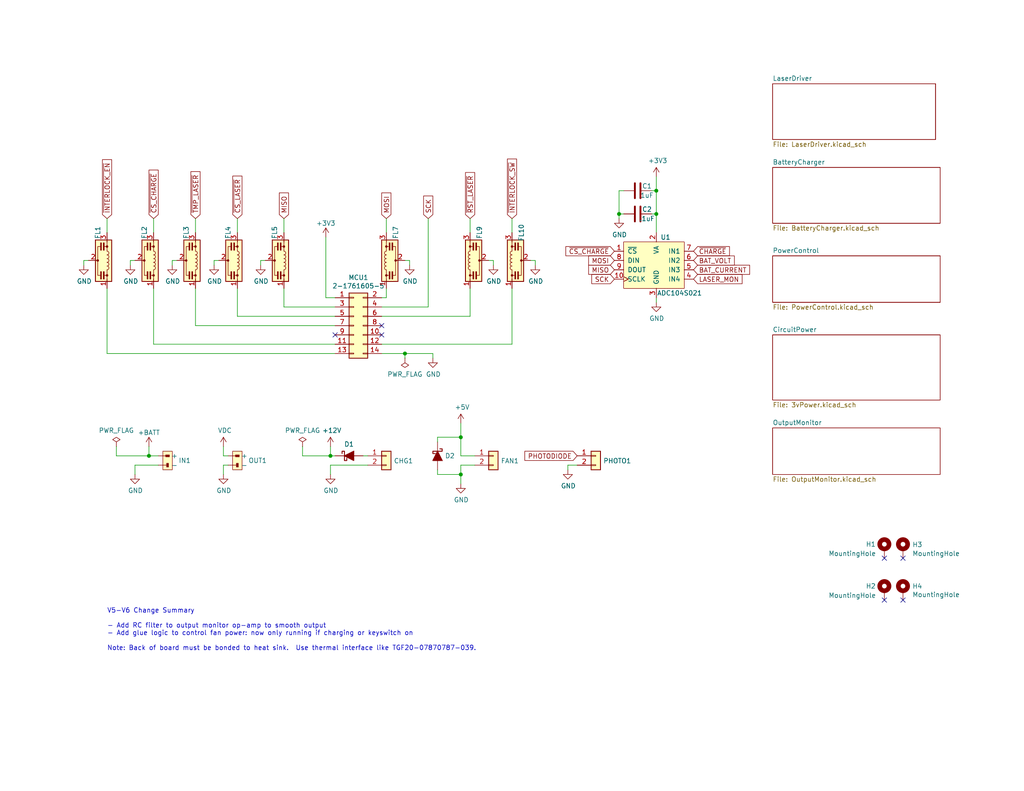
<source format=kicad_sch>
(kicad_sch (version 20211123) (generator eeschema)
  (paper "A")
  (title_block (title "Power Board") (date "2021-11-07") (rev "1.6") (company "Brian Pepin") (comment 1 "Laser Output 1-4v 50A max per channel") (comment 2 "Charger LiPo 2s 4A") (comment 3 "Interlock power control to 120A") (comment 4 "3v, 5v supplies."))
  (lib_symbols
    (symbol "Connector_Generic:Conn_01x02" (pin_names (offset 1.016) hide)
      (property "Reference" "J" (at 0 2.54 0))
      (property "Value" "Conn_01x02" (at 0 -5.08 0))
      (symbol "Conn_01x02_1_1"
        (rectangle (start -1.27 -2.413) (end 0 -2.667) (stroke (width 0.1524)))
        (rectangle (start -1.27 0.127) (end 0 -0.127) (stroke (width 0.1524)))
        (rectangle (start -1.27 1.27) (end 1.27 -3.81) (stroke (width 0.254)) (fill (type background)))
        (pin passive line (at -5.08 0 0) (length 3.81) (name "Pin_1") (number "1"))
        (pin passive line (at -5.08 -2.54 0) (length 3.81) (name "Pin_2") (number "2"))
      )
    )
    (symbol "Connector_Generic:Conn_02x07_Odd_Even" (pin_names (offset 1.016) hide)
      (property "Reference" "J" (at 1.27 10.16 0))
      (property "Value" "Conn_02x07_Odd_Even" (at 1.27 -10.16 0))
      (symbol "Conn_02x07_Odd_Even_1_1"
        (rectangle (start -1.27 -7.493) (end 0 -7.747) (stroke (width 0.1524)))
        (rectangle (start -1.27 -4.953) (end 0 -5.207) (stroke (width 0.1524)))
        (rectangle (start -1.27 -2.413) (end 0 -2.667) (stroke (width 0.1524)))
        (rectangle (start -1.27 0.127) (end 0 -0.127) (stroke (width 0.1524)))
        (rectangle (start -1.27 2.667) (end 0 2.413) (stroke (width 0.1524)))
        (rectangle (start -1.27 5.207) (end 0 4.953) (stroke (width 0.1524)))
        (rectangle (start -1.27 7.747) (end 0 7.493) (stroke (width 0.1524)))
        (rectangle (start -1.27 8.89) (end 3.81 -8.89) (stroke (width 0.254)) (fill (type background)))
        (rectangle (start 3.81 -7.493) (end 2.54 -7.747) (stroke (width 0.1524)))
        (rectangle (start 3.81 -4.953) (end 2.54 -5.207) (stroke (width 0.1524)))
        (rectangle (start 3.81 -2.413) (end 2.54 -2.667) (stroke (width 0.1524)))
        (rectangle (start 3.81 0.127) (end 2.54 -0.127) (stroke (width 0.1524)))
        (rectangle (start 3.81 2.667) (end 2.54 2.413) (stroke (width 0.1524)))
        (rectangle (start 3.81 5.207) (end 2.54 4.953) (stroke (width 0.1524)))
        (rectangle (start 3.81 7.747) (end 2.54 7.493) (stroke (width 0.1524)))
        (pin passive line (at -5.08 7.62 0) (length 3.81) (name "Pin_1") (number "1"))
        (pin passive line (at 7.62 -2.54 180) (length 3.81) (name "Pin_10") (number "10"))
        (pin passive line (at -5.08 -5.08 0) (length 3.81) (name "Pin_11") (number "11"))
        (pin passive line (at 7.62 -5.08 180) (length 3.81) (name "Pin_12") (number "12"))
        (pin passive line (at -5.08 -7.62 0) (length 3.81) (name "Pin_13") (number "13"))
        (pin passive line (at 7.62 -7.62 180) (length 3.81) (name "Pin_14") (number "14"))
        (pin passive line (at 7.62 7.62 180) (length 3.81) (name "Pin_2") (number "2"))
        (pin passive line (at -5.08 5.08 0) (length 3.81) (name "Pin_3") (number "3"))
        (pin passive line (at 7.62 5.08 180) (length 3.81) (name "Pin_4") (number "4"))
        (pin passive line (at -5.08 2.54 0) (length 3.81) (name "Pin_5") (number "5"))
        (pin passive line (at 7.62 2.54 180) (length 3.81) (name "Pin_6") (number "6"))
        (pin passive line (at -5.08 0 0) (length 3.81) (name "Pin_7") (number "7"))
        (pin passive line (at 7.62 0 180) (length 3.81) (name "Pin_8") (number "8"))
        (pin passive line (at -5.08 -2.54 0) (length 3.81) (name "Pin_9") (number "9"))
      )
    )
    (symbol "Device:C" (pin_numbers hide) (pin_names (offset 0.254))
      (property "Reference" "C" (at 0.635 2.54 0))
      (property "Value" "C" (at 0.635 -2.54 0))
      (symbol "C_0_1"
        (polyline (pts (xy -2.032 -0.762) (xy 2.032 -0.762)) (stroke (width 0.508)))
        (polyline (pts (xy -2.032 0.762) (xy 2.032 0.762)) (stroke (width 0.508)))
      )
      (symbol "C_1_1"
        (pin passive line (at 0 3.81 270) (length 2.794) (name "~") (number "1"))
        (pin passive line (at 0 -3.81 90) (length 2.794) (name "~") (number "2"))
      )
    )
    (symbol "Device:D_Schottky_Filled" (pin_numbers hide) (pin_names (offset 1.016) hide)
      (property "Reference" "D" (at 0 2.54 0))
      (property "Value" "D_Schottky_Filled" (at 0 -2.54 0))
      (symbol "D_Schottky_Filled_0_1"
        (polyline (pts (xy 1.27 0) (xy -1.27 0)))
        (polyline (pts (xy 1.27 1.27) (xy 1.27 -1.27) (xy -1.27 0) (xy 1.27 1.27)) (stroke (width 0.254)) (fill (type outline)))
        (polyline (pts (xy -1.905 0.635) (xy -1.905 1.27) (xy -1.27 1.27) (xy -1.27 -1.27) (xy -0.635 -1.27) (xy -0.635 -0.635)) (stroke (width 0.254)))
      )
      (symbol "D_Schottky_Filled_1_1"
        (pin passive line (at -3.81 0 0) (length 2.54) (name "K") (number "1"))
        (pin passive line (at 3.81 0 180) (length 2.54) (name "A") (number "2"))
      )
    )
    (symbol "Device:Filter_EMI_CLC" (pin_names (offset 0.254) hide)
      (property "Reference" "FL" (at 0 6.985 0))
      (property "Value" "Filter_EMI_CLC" (at 0 5.08 0))
      (symbol "Filter_EMI_CLC_0_1"
        (rectangle (start -5.715 3.81) (end 5.588 -0.635) (stroke (width 0.254)) (fill (type background)))
        (rectangle (start -5.08 0.762) (end -3.048 1.016) (fill (type outline)))
        (circle (center -4.064 2.54) (radius 0.254) (fill (type outline)))
        (rectangle (start -3.048 1.524) (end -5.08 1.778) (fill (type outline)))
        (arc (start -1.524 2.54) (mid -2.032 3.048) (end -2.54 2.54))
        (arc (start -0.508 2.54) (mid -1.016 3.048) (end -1.524 2.54))
        (polyline (pts (xy -5.08 2.54) (xy -2.54 2.54)))
        (polyline (pts (xy -4.064 2.54) (xy -4.064 1.778)))
        (polyline (pts (xy 2.54 2.54) (xy 5.08 2.54)))
        (polyline (pts (xy 3.81 2.54) (xy 3.81 1.778)))
        (polyline (pts (xy -4.064 0.762) (xy -4.064 0) (xy 3.81 0) (xy 3.81 0.762)))
        (circle (center 0 0) (radius 0.254) (fill (type outline)))
        (arc (start 0.508 2.54) (mid 0 3.048) (end -0.508 2.54))
        (arc (start 1.524 2.54) (mid 1.016 3.048) (end 0.508 2.54))
        (arc (start 2.54 2.54) (mid 2.032 3.048) (end 1.524 2.54))
        (rectangle (start 2.794 0.762) (end 4.826 1.016) (fill (type outline)))
        (circle (center 3.81 2.54) (radius 0.254) (fill (type outline)))
        (rectangle (start 4.826 1.524) (end 2.794 1.778) (fill (type outline)))
      )
      (symbol "Filter_EMI_CLC_1_1"
        (pin passive line (at -7.62 2.54 0) (length 2.54) (name "1") (number "1"))
        (pin passive line (at 0 -2.54 90) (length 2.54) (name "2") (number "2"))
        (pin passive line (at 7.62 2.54 180) (length 2.54) (name "3") (number "3"))
      )
    )
    (symbol "Mechanical:MountingHole_Pad" (pin_numbers hide) (pin_names (offset 1.016) hide)
      (property "Reference" "H" (at 0 6.35 0))
      (property "Value" "MountingHole_Pad" (at 0 4.445 0))
      (symbol "MountingHole_Pad_0_1"
        (circle (center 0 1.27) (radius 1.27) (stroke (width 1.27)))
      )
      (symbol "MountingHole_Pad_1_1"
        (pin input line (at 0 -2.54 90) (length 2.54) (name "1") (number "1"))
      )
    )
    (symbol "pepin_con:DEANS" (pin_numbers hide) (pin_names (offset 1.016))
      (property "Reference" "J" (at -1.27 3.81 0))
      (symbol "DEANS_0_1"
        (rectangle (start -1.27 2.54) (end 1.27 -2.54) (fill (type background)))
        (rectangle (start -0.508 1.524) (end 0.508 1.016) (fill (type outline)))
        (rectangle (start -0.254 -0.762) (end 0.254 -1.778) (fill (type outline)))
      )
      (symbol "DEANS_1_1"
        (pin passive line (at -2.54 1.27 0) (length 2.54) (name "+") (number "+"))
        (pin passive line (at -2.54 -1.27 0) (length 2.54) (name "-") (number "-"))
      )
    )
    (symbol "pepin_semi:ADC104S021" (pin_names (offset 1.016))
      (property "Reference" "U" (at 3.81 7.62 0))
      (property "Value" "ADC104S021" (at -8.89 -7.62 0))
      (symbol "ADC104S021_0_1"
        (rectangle (start -8.89 6.35) (end 7.62 -6.35) (fill (type background)))
      )
      (symbol "ADC104S021_1_1"
        (pin input line (at -11.43 3.81 0) (length 2.54) (name "~{CS}") (number "1"))
        (pin input clock (at -11.43 -3.81 0) (length 2.54) (name "SCLK") (number "10"))
        (pin power_in line (at 0 8.89 270) (length 2.54) (name "VA") (number "2"))
        (pin power_in line (at 0 -8.89 90) (length 2.54) (name "GND") (number "3"))
        (pin input line (at 10.16 -3.81 180) (length 2.54) (name "IN4") (number "4"))
        (pin input line (at 10.16 -1.27 180) (length 2.54) (name "IN3") (number "5"))
        (pin input line (at 10.16 1.27 180) (length 2.54) (name "IN2") (number "6"))
        (pin input line (at 10.16 3.81 180) (length 2.54) (name "IN1") (number "7"))
        (pin tri_state line (at -11.43 1.27 0) (length 2.54) (name "DIN") (number "8"))
        (pin tri_state line (at -11.43 -1.27 0) (length 2.54) (name "DOUT") (number "9"))
      )
    )
    (symbol "power:+12V" (power) (pin_names (offset 0))
      (property "Value" "+12V" (at 0 3.556 0))
      (symbol "+12V_0_1"
        (polyline (pts (xy -0.762 1.27) (xy 0 2.54)))
        (polyline (pts (xy 0 0) (xy 0 2.54)))
        (polyline (pts (xy 0 2.54) (xy 0.762 1.27)))
      )
      (symbol "+12V_1_1"
        (pin power_in line (at 0 0 90) (length 0) hide (name "+12V") (number "1"))
      )
    )
    (symbol "power:+3V3" (power) (pin_names (offset 0))
      (property "Value" "+3V3" (at 0 3.556 0))
      (symbol "+3V3_0_1"
        (polyline (pts (xy -0.762 1.27) (xy 0 2.54)))
        (polyline (pts (xy 0 0) (xy 0 2.54)))
        (polyline (pts (xy 0 2.54) (xy 0.762 1.27)))
      )
      (symbol "+3V3_1_1"
        (pin power_in line (at 0 0 90) (length 0) hide (name "+3V3") (number "1"))
      )
    )
    (symbol "power:+5V" (power) (pin_names (offset 0))
      (property "Value" "+5V" (at 0 3.556 0))
      (symbol "+5V_0_1"
        (polyline (pts (xy -0.762 1.27) (xy 0 2.54)))
        (polyline (pts (xy 0 0) (xy 0 2.54)))
        (polyline (pts (xy 0 2.54) (xy 0.762 1.27)))
      )
      (symbol "+5V_1_1"
        (pin power_in line (at 0 0 90) (length 0) hide (name "+5V") (number "1"))
      )
    )
    (symbol "power:+BATT" (power) (pin_names (offset 0))
      (property "Value" "+BATT" (at 0 3.556 0))
      (symbol "+BATT_0_1"
        (polyline (pts (xy -0.762 1.27) (xy 0 2.54)))
        (polyline (pts (xy 0 0) (xy 0 2.54)))
        (polyline (pts (xy 0 2.54) (xy 0.762 1.27)))
      )
      (symbol "+BATT_1_1"
        (pin power_in line (at 0 0 90) (length 0) hide (name "+BATT") (number "1"))
      )
    )
    (symbol "power:GND" (power) (pin_names (offset 0))
      (property "Value" "GND" (at 0 -3.81 0))
      (symbol "GND_0_1"
        (polyline (pts (xy 0 0) (xy 0 -1.27) (xy 1.27 -1.27) (xy 0 -2.54) (xy -1.27 -1.27) (xy 0 -1.27)))
      )
      (symbol "GND_1_1"
        (pin power_in line (at 0 0 270) (length 0) hide (name "GND") (number "1"))
      )
    )
    (symbol "power:PWR_FLAG" (power) (pin_numbers hide) (pin_names (offset 0) hide)
      (property "Value" "PWR_FLAG" (at 0 3.81 0))
      (symbol "PWR_FLAG_0_0"
        (pin power_out line (at 0 0 90) (length 0) (name "pwr") (number "1"))
      )
      (symbol "PWR_FLAG_0_1"
        (polyline (pts (xy 0 0) (xy 0 1.27) (xy -1.016 1.905) (xy 0 2.54) (xy 1.016 1.905) (xy 0 1.27)))
      )
    )
    (symbol "power:VDC" (power) (pin_names (offset 0))
      (property "Value" "VDC" (at 0 6.35 0))
      (symbol "VDC_0_1"
        (polyline (pts (xy -0.762 1.27) (xy 0 2.54)))
        (polyline (pts (xy 0 0) (xy 0 2.54)))
        (polyline (pts (xy 0 2.54) (xy 0.762 1.27)))
      )
      (symbol "VDC_1_1"
        (pin power_in line (at 0 0 90) (length 0) hide (name "VDC") (number "1"))
      )
    )
  )
  (junction (at 179.07 58.42))
  (junction (at 90.17 124.46))
  (junction (at 40.64 124.46))
  (junction (at 168.91 58.42))
  (junction (at 125.73 119.38))
  (junction (at 179.07 52.07))
  (junction (at 110.49 96.52))
  (junction (at 125.73 129.54))
  (no_connect (at 91.44 91.44))
  (no_connect (at 104.14 91.44))
  (no_connect (at 246.38 163.83))
  (no_connect (at 246.38 152.4))
  (no_connect (at 241.3 152.4))
  (no_connect (at 241.3 163.83))
  (no_connect (at 104.14 88.9))
  (wire (pts (xy 139.7 93.98) (xy 139.7 78.74)))
  (wire (pts (xy 168.91 58.42) (xy 168.91 59.69)))
  (wire (pts (xy 104.14 83.82) (xy 116.84 83.82)))
  (wire (pts (xy 146.05 71.12) (xy 146.05 72.39)))
  (wire (pts (xy 157.48 127) (xy 154.94 127)))
  (wire (pts (xy 144.78 71.12) (xy 146.05 71.12)))
  (wire (pts (xy 104.14 93.98) (xy 139.7 93.98)))
  (wire (pts (xy 129.54 127) (xy 125.73 127)))
  (wire (pts (xy 41.91 63.5) (xy 41.91 59.69)))
  (wire (pts (xy 46.99 71.12) (xy 48.26 71.12)))
  (wire (pts (xy 128.27 63.5) (xy 128.27 59.69)))
  (wire (pts (xy 170.18 52.07) (xy 168.91 52.07)))
  (wire (pts (xy 105.41 81.28) (xy 104.14 81.28)))
  (wire (pts (xy 125.73 127) (xy 125.73 129.54)))
  (wire (pts (xy 40.64 124.46) (xy 40.64 121.92)))
  (wire (pts (xy 71.12 71.12) (xy 72.39 71.12)))
  (wire (pts (xy 43.18 127) (xy 36.83 127)))
  (wire (pts (xy 64.77 63.5) (xy 64.77 59.69)))
  (wire (pts (xy 53.34 78.74) (xy 53.34 88.9)))
  (wire (pts (xy 129.54 124.46) (xy 125.73 124.46)))
  (wire (pts (xy 58.42 72.39) (xy 58.42 71.12)))
  (wire (pts (xy 168.91 58.42) (xy 170.18 58.42)))
  (wire (pts (xy 168.91 52.07) (xy 168.91 58.42)))
  (wire (pts (xy 119.38 128.27) (xy 119.38 129.54)))
  (wire (pts (xy 179.07 82.55) (xy 179.07 81.28)))
  (wire (pts (xy 64.77 78.74) (xy 64.77 86.36)))
  (wire (pts (xy 100.33 127) (xy 90.17 127)))
  (wire (pts (xy 53.34 63.5) (xy 53.34 59.69)))
  (wire (pts (xy 82.55 121.92) (xy 82.55 124.46)))
  (wire (pts (xy 105.41 63.5) (xy 105.41 59.69)))
  (wire (pts (xy 104.14 86.36) (xy 128.27 86.36)))
  (wire (pts (xy 35.56 71.12) (xy 36.83 71.12)))
  (wire (pts (xy 91.44 96.52) (xy 29.21 96.52)))
  (wire (pts (xy 40.64 124.46) (xy 31.75 124.46)))
  (wire (pts (xy 60.96 124.46) (xy 60.96 121.92)))
  (wire (pts (xy 179.07 58.42) (xy 179.07 52.07)))
  (wire (pts (xy 77.47 83.82) (xy 91.44 83.82)))
  (wire (pts (xy 60.96 127) (xy 60.96 129.54)))
  (wire (pts (xy 110.49 96.52) (xy 110.49 97.79)))
  (wire (pts (xy 105.41 78.74) (xy 105.41 81.28)))
  (wire (pts (xy 53.34 88.9) (xy 91.44 88.9)))
  (wire (pts (xy 62.23 124.46) (xy 60.96 124.46)))
  (wire (pts (xy 133.35 71.12) (xy 134.62 71.12)))
  (wire (pts (xy 119.38 120.65) (xy 119.38 119.38)))
  (wire (pts (xy 64.77 86.36) (xy 91.44 86.36)))
  (wire (pts (xy 22.86 72.39) (xy 22.86 71.12)))
  (wire (pts (xy 125.73 124.46) (xy 125.73 119.38)))
  (wire (pts (xy 116.84 59.69) (xy 116.84 83.82)))
  (wire (pts (xy 46.99 72.39) (xy 46.99 71.12)))
  (wire (pts (xy 71.12 72.39) (xy 71.12 71.12)))
  (wire (pts (xy 110.49 96.52) (xy 118.11 96.52)))
  (wire (pts (xy 177.8 52.07) (xy 179.07 52.07)))
  (wire (pts (xy 119.38 129.54) (xy 125.73 129.54)))
  (wire (pts (xy 31.75 121.92) (xy 31.75 124.46)))
  (wire (pts (xy 139.7 63.5) (xy 139.7 59.69)))
  (wire (pts (xy 88.9 81.28) (xy 88.9 64.77)))
  (wire (pts (xy 41.91 93.98) (xy 41.91 78.74)))
  (wire (pts (xy 110.49 71.12) (xy 111.76 71.12)))
  (wire (pts (xy 62.23 127) (xy 60.96 127)))
  (wire (pts (xy 119.38 119.38) (xy 125.73 119.38)))
  (wire (pts (xy 22.86 71.12) (xy 24.13 71.12)))
  (wire (pts (xy 179.07 63.5) (xy 179.07 58.42)))
  (wire (pts (xy 29.21 63.5) (xy 29.21 59.69)))
  (wire (pts (xy 125.73 129.54) (xy 125.73 132.08)))
  (wire (pts (xy 128.27 78.74) (xy 128.27 86.36)))
  (wire (pts (xy 125.73 119.38) (xy 125.73 115.57)))
  (wire (pts (xy 82.55 124.46) (xy 90.17 124.46)))
  (wire (pts (xy 104.14 96.52) (xy 110.49 96.52)))
  (wire (pts (xy 90.17 124.46) (xy 91.44 124.46)))
  (wire (pts (xy 43.18 124.46) (xy 40.64 124.46)))
  (wire (pts (xy 90.17 121.92) (xy 90.17 124.46)))
  (wire (pts (xy 111.76 71.12) (xy 111.76 72.39)))
  (wire (pts (xy 58.42 71.12) (xy 59.69 71.12)))
  (wire (pts (xy 177.8 58.42) (xy 179.07 58.42)))
  (wire (pts (xy 118.11 96.52) (xy 118.11 97.79)))
  (wire (pts (xy 134.62 71.12) (xy 134.62 72.39)))
  (wire (pts (xy 35.56 72.39) (xy 35.56 71.12)))
  (wire (pts (xy 154.94 127) (xy 154.94 128.27)))
  (wire (pts (xy 36.83 127) (xy 36.83 129.54)))
  (wire (pts (xy 29.21 96.52) (xy 29.21 78.74)))
  (wire (pts (xy 91.44 81.28) (xy 88.9 81.28)))
  (wire (pts (xy 91.44 93.98) (xy 41.91 93.98)))
  (wire (pts (xy 99.06 124.46) (xy 100.33 124.46)))
  (wire (pts (xy 77.47 63.5) (xy 77.47 59.69)))
  (wire (pts (xy 90.17 127) (xy 90.17 129.54)))
  (wire (pts (xy 179.07 52.07) (xy 179.07 48.26)))
  (wire (pts (xy 77.47 78.74) (xy 77.47 83.82)))
  (text "V5-V6 Change Summary\n\n- Add RC filter to output monitor op-amp to smooth output\n- Add glue logic to control fan power: now only running if charging or keyswitch on\n\nNote: Back of board must be bonded to heat sink.  Use thermal interface like TGF20-07870787-039.  \n" (at 29.21 177.8 0) (effects (font (size 1.27 1.27)) (justify left bottom)))
  (global_label "SCK" (shape input) (at 116.84 59.69 90) (property "Intersheet References" "${INTERSHEET_REFS}" (effects hide)))
  (global_label "BAT_CURRENT" (shape input) (at 189.23 73.66 0) (property "Intersheet References" "${INTERSHEET_REFS}" (effects hide)))
  (global_label "~{INTERLOCK_EN}" (shape input) (at 29.21 59.69 90) (property "Intersheet References" "${INTERSHEET_REFS}" (effects hide)))
  (global_label "BAT_VOLT" (shape input) (at 189.23 71.12 0) (property "Intersheet References" "${INTERSHEET_REFS}" (effects hide)))
  (global_label "MOSI" (shape input) (at 105.41 59.69 90) (property "Intersheet References" "${INTERSHEET_REFS}" (effects hide)))
  (global_label "MISO" (shape input) (at 167.64 73.66 180) (property "Intersheet References" "${INTERSHEET_REFS}" (effects hide)))
  (global_label "MISO" (shape input) (at 77.47 59.69 90) (property "Intersheet References" "${INTERSHEET_REFS}" (effects hide)))
  (global_label "SCK" (shape input) (at 167.64 76.2 180) (property "Intersheet References" "${INTERSHEET_REFS}" (effects hide)))
  (global_label "MOSI" (shape input) (at 167.64 71.12 180) (property "Intersheet References" "${INTERSHEET_REFS}" (effects hide)))
  (global_label "~{CS_CHARGE}" (shape input) (at 167.64 68.58 180) (property "Intersheet References" "${INTERSHEET_REFS}" (effects hide)))
  (global_label "LASER_MON" (shape input) (at 189.23 76.2 0) (property "Intersheet References" "${INTERSHEET_REFS}" (effects hide)))
  (global_label "~{CHARGE}" (shape input) (at 189.23 68.58 0) (property "Intersheet References" "${INTERSHEET_REFS}" (effects hide)))
  (global_label "~{CS_CHARGE}" (shape input) (at 41.91 59.69 90) (property "Intersheet References" "${INTERSHEET_REFS}" (effects hide)))
  (global_label "PHOTODIODE" (shape input) (at 157.48 124.46 180) (property "Intersheet References" "${INTERSHEET_REFS}" (effects hide)))
  (global_label "~{RST_LASER}" (shape input) (at 128.27 59.69 90) (property "Intersheet References" "${INTERSHEET_REFS}" (effects hide)))
  (global_label "~{TMP_LASER}" (shape input) (at 53.34 59.69 90) (property "Intersheet References" "${INTERSHEET_REFS}" (effects hide)))
  (global_label "~{INTERLOCK_SW}" (shape input) (at 139.7 59.69 90) (property "Intersheet References" "${INTERSHEET_REFS}" (effects hide)))
  (global_label "~{CS_LASER}" (shape input) (at 64.77 59.69 90) (property "Intersheet References" "${INTERSHEET_REFS}" (effects hide)))
  (symbol (lib_id "pepin_con:DEANS") (at 45.72 125.73 0) (unit 1)
    (property "Reference" "IN1" (at 48.7172 125.73 0) (effects (justify left)))
    (property "Value" "DEANS" (effects hide))
    (property "Footprint" "pepin-footprints:Connector_Deans_Male" (effects hide))
    (property "Datasheet" "http://cdn.sparkfun.com/datasheets/Prototyping/deans_connector_PRT-11864.pdf" (effects hide))
  )
  (symbol (lib_id "power:+BATT") (at 40.64 121.92 0) (unit 1)
    (property "Reference" "#PWR04" (effects hide))
    (property "Value" "+BATT" (at 40.64 118.11 0))
  )
  (symbol (lib_id "power:PWR_FLAG") (at 31.75 121.92 0) (unit 1)
    (property "Reference" "#FLG01" (effects hide))
    (property "Value" "PWR_FLAG" (at 31.75 117.5258 0))
  )
  (symbol (lib_id "power:PWR_FLAG") (at 110.49 97.79 180) (unit 1)
    (property "Reference" "#FLG06" (effects hide))
    (property "Value" "PWR_FLAG" (at 110.49 102.1842 0))
  )
  (symbol (lib_id "Connector_Generic:Conn_02x07_Odd_Even") (at 96.52 88.9 0) (unit 1)
    (property "Reference" "MCU1" (at 97.79 75.7682 0))
    (property "Value" "2-1761605-5" (at 97.79 78.0796 0))
    (property "Footprint" "Connector_IDC:IDC-Header_2x07_P2.54mm_Horizontal" (effects hide))
    (property "PartNo" "2-1761605-5" (effects hide))
  )
  (symbol (lib_id "Device:Filter_EMI_CLC") (at 107.95 71.12 90) (unit 1)
    (property "Reference" "FL7" (at 107.95 63.5 0))
    (property "Value" "NFL21SP206X1C7D" (effects hide))
    (property "Footprint" "pepin-footprints:EMI_805" (effects hide))
    (property "Datasheet" "http://www.murata.com/~/media/webrenewal/support/library/catalog/products/emc/emifil/c31e.ashx?la=en-gb" (effects hide))
    (property "PartNo" "NFL21SP206X1C7D" (effects hide))
  )
  (symbol (lib_id "Device:Filter_EMI_CLC") (at 130.81 71.12 90) (unit 1)
    (property "Reference" "FL9" (at 130.81 63.5 0))
    (property "Value" "NFL21SP206X1C7D" (effects hide))
    (property "Footprint" "pepin-footprints:EMI_805" (effects hide))
    (property "Datasheet" "http://www.murata.com/~/media/webrenewal/support/library/catalog/products/emc/emifil/c31e.ashx?la=en-gb" (effects hide))
    (property "PartNo" "NFL21SP206X1C7D" (effects hide))
  )
  (symbol (lib_id "Device:Filter_EMI_CLC") (at 74.93 71.12 270) (mirror x) (unit 1)
    (property "Reference" "FL5" (at 74.93 63.5 0))
    (property "Value" "NFL21SP206X1C7D" (effects hide))
    (property "Footprint" "pepin-footprints:EMI_805" (effects hide))
    (property "Datasheet" "http://www.murata.com/~/media/webrenewal/support/library/catalog/products/emc/emifil/c31e.ashx?la=en-gb" (effects hide))
    (property "PartNo" "NFL21SP206X1C7D" (effects hide))
  )
  (symbol (lib_id "Device:Filter_EMI_CLC") (at 62.23 71.12 270) (mirror x) (unit 1)
    (property "Reference" "FL4" (at 62.23 63.5 0))
    (property "Value" "NFL21SP206X1C7D" (effects hide))
    (property "Footprint" "pepin-footprints:EMI_805" (effects hide))
    (property "Datasheet" "http://www.murata.com/~/media/webrenewal/support/library/catalog/products/emc/emifil/c31e.ashx?la=en-gb" (effects hide))
    (property "PartNo" "NFL21SP206X1C7D" (effects hide))
  )
  (symbol (lib_id "Device:Filter_EMI_CLC") (at 50.8 71.12 270) (mirror x) (unit 1)
    (property "Reference" "FL3" (at 50.8 63.5 0))
    (property "Value" "NFL21SP206X1C7D" (effects hide))
    (property "Footprint" "pepin-footprints:EMI_805" (effects hide))
    (property "Datasheet" "http://www.murata.com/~/media/webrenewal/support/library/catalog/products/emc/emifil/c31e.ashx?la=en-gb" (effects hide))
    (property "PartNo" "NFL21SP206X1C7D" (effects hide))
  )
  (symbol (lib_id "power:+3V3") (at 88.9 64.77 0) (unit 1)
    (property "Reference" "#PWR019" (effects hide))
    (property "Value" "+3V3" (at 88.9 60.96 0))
  )
  (symbol (lib_id "power:GND") (at 36.83 129.54 0) (unit 1)
    (property "Reference" "#PWR05" (effects hide))
    (property "Value" "GND" (at 36.957 133.9342 0))
  )
  (symbol (lib_id "power:GND") (at 46.99 72.39 0) (unit 1)
    (property "Reference" "#PWR08" (effects hide))
    (property "Value" "GND" (at 47.117 76.7842 0))
  )
  (symbol (lib_id "power:GND") (at 58.42 72.39 0) (unit 1)
    (property "Reference" "#PWR010" (effects hide))
    (property "Value" "GND" (at 58.547 76.7842 0))
  )
  (symbol (lib_id "power:GND") (at 71.12 72.39 0) (unit 1)
    (property "Reference" "#PWR014" (effects hide))
    (property "Value" "GND" (at 71.247 76.7842 0))
  )
  (symbol (lib_id "power:GND") (at 111.76 72.39 0) (unit 1)
    (property "Reference" "#PWR021" (effects hide))
    (property "Value" "GND" (at 111.887 76.7842 0))
  )
  (symbol (lib_id "power:GND") (at 134.62 72.39 0) (unit 1)
    (property "Reference" "#PWR025" (effects hide))
    (property "Value" "GND" (at 134.747 76.7842 0))
  )
  (symbol (lib_id "power:GND") (at 118.11 97.79 0) (unit 1)
    (property "Reference" "#PWR020" (effects hide))
    (property "Value" "GND" (at 118.237 102.1842 0))
  )
  (symbol (lib_id "Connector_Generic:Conn_01x02") (at 162.56 124.46 0) (unit 1)
    (property "Reference" "PHOTO1" (at 164.592 125.8316 0) (effects (justify left)))
    (property "Value" "53398-0267" (effects hide))
    (property "Footprint" "ultra-librarian:533980267" (effects hide))
    (property "PartNo" "53398-0267" (effects hide))
  )
  (symbol (lib_id "power:GND") (at 154.94 128.27 0) (unit 1)
    (property "Reference" "#PWR026" (effects hide))
    (property "Value" "GND" (at 155.067 132.6642 0))
  )
  (symbol (lib_id "pepin_con:DEANS") (at 64.77 125.73 0) (unit 1)
    (property "Reference" "OUT1" (at 67.7672 125.73 0) (effects (justify left)))
    (property "Value" "DEANS" (effects hide))
    (property "Footprint" "pepin-footprints:Connector_Deans_Female" (effects hide))
    (property "Datasheet" "http://cdn.sparkfun.com/datasheets/Prototyping/deans_connector_PRT-11864.pdf" (effects hide))
  )
  (symbol (lib_id "power:GND") (at 60.96 129.54 0) (unit 1)
    (property "Reference" "#PWR012" (effects hide))
    (property "Value" "GND" (at 61.087 133.9342 0))
  )
  (symbol (lib_id "power:VDC") (at 60.96 121.92 0) (unit 1)
    (property "Reference" "#PWR011" (effects hide))
    (property "Value" "VDC" (at 61.341 117.5258 0))
  )
  (symbol (lib_id "Device:Filter_EMI_CLC") (at 39.37 71.12 270) (mirror x) (unit 1)
    (property "Reference" "FL2" (at 39.37 63.5 0))
    (property "Value" "NFL21SP206X1C7D" (effects hide))
    (property "Footprint" "pepin-footprints:EMI_805" (effects hide))
    (property "Datasheet" "http://www.murata.com/~/media/webrenewal/support/library/catalog/products/emc/emifil/c31e.ashx?la=en-gb" (effects hide))
    (property "PartNo" "NFL21SP206X1C7D" (effects hide))
  )
  (symbol (lib_id "power:GND") (at 35.56 72.39 0) (unit 1)
    (property "Reference" "#PWR06" (effects hide))
    (property "Value" "GND" (at 35.687 76.7842 0))
  )
  (symbol (lib_id "pepin_semi:ADC104S021") (at 179.07 72.39 0) (unit 1)
    (property "Reference" "U1" (at 181.61 64.77 0))
    (property "Value" "ADC104S021" (at 185.42 80.01 0))
    (property "Footprint" "Package_SO:VSSOP-10_3x3mm_P0.5mm" (effects hide))
    (property "PartNo" "ADC104S021CIMMX/NOPB" (effects hide))
  )
  (symbol (lib_id "Device:C") (at 173.99 58.42 270) (unit 1)
    (property "Reference" "C2" (at 176.53 57.15 90))
    (property "Value" ".1uF" (at 176.53 59.69 90))
    (property "Footprint" "Capacitor_SMD:C_0805_2012Metric" (effects hide))
    (property "PartNo" "C0805X104M5RACTU" (effects hide))
  )
  (symbol (lib_id "Device:C") (at 173.99 52.07 270) (unit 1)
    (property "Reference" "C1" (at 176.53 50.8 90))
    (property "Value" "1uF" (at 176.53 53.34 90))
    (property "Footprint" "Capacitor_SMD:C_0805_2012Metric" (effects hide))
    (property "PartNo" "UMF212B7105KGHT" (effects hide))
  )
  (symbol (lib_id "power:GND") (at 168.91 59.69 0) (unit 1)
    (property "Reference" "#PWR028" (effects hide))
    (property "Value" "GND" (at 169.037 64.0842 0))
  )
  (symbol (lib_id "power:GND") (at 179.07 82.55 0) (unit 1)
    (property "Reference" "#PWR030" (effects hide))
    (property "Value" "GND" (at 179.197 86.9442 0))
  )
  (symbol (lib_id "Device:Filter_EMI_CLC") (at 142.24 71.12 90) (unit 1)
    (property "Reference" "FL10" (at 142.24 63.5 0))
    (property "Value" "NFL21SP206X1C7D" (effects hide))
    (property "Footprint" "pepin-footprints:EMI_805" (effects hide))
    (property "Datasheet" "http://www.murata.com/~/media/webrenewal/support/library/catalog/products/emc/emifil/c31e.ashx?la=en-gb" (effects hide))
    (property "PartNo" "NFL21SP206X1C7D" (effects hide))
  )
  (symbol (lib_id "power:GND") (at 146.05 72.39 0) (unit 1)
    (property "Reference" "#PWR027" (effects hide))
    (property "Value" "GND" (at 146.177 76.7842 0))
  )
  (symbol (lib_id "Connector_Generic:Conn_01x02") (at 105.41 124.46 0) (unit 1)
    (property "Reference" "CHG1" (at 107.442 125.8316 0) (effects (justify left)))
    (property "Value" "105313-1102" (effects hide))
    (property "Footprint" "Connector_Molex:Molex_Nano-Fit_105313-xx02_1x02_P2.50mm_Horizontal" (effects hide))
    (property "PartNo" "105313-1102" (effects hide))
  )
  (symbol (lib_id "power:GND") (at 90.17 129.54 0) (unit 1)
    (property "Reference" "#PWR017" (effects hide))
    (property "Value" "GND" (at 90.297 133.9342 0))
  )
  (symbol (lib_id "power:+12V") (at 90.17 121.92 0) (unit 1)
    (property "Reference" "#PWR016" (effects hide))
    (property "Value" "+12V" (at 90.551 117.5258 0))
  )
  (symbol (lib_id "Device:D_Schottky_Filled") (at 95.25 124.46 0) (unit 1)
    (property "Reference" "D1" (at 95.25 121.285 0))
    (property "Value" "CDBA540-HF" (effects hide))
    (property "Footprint" "Diode_SMD:D_SMA" (effects hide))
    (property "PartNo" "CDBA540-HF" (effects hide))
  )
  (symbol (lib_id "Connector_Generic:Conn_01x02") (at 134.62 124.46 0) (unit 1)
    (property "Reference" "FAN1" (at 136.652 125.8316 0) (effects (justify left)))
    (property "Value" "53398-0267" (effects hide))
    (property "Footprint" "ultra-librarian:533980267" (effects hide))
    (property "PartNo" "53398-0267" (effects hide))
  )
  (symbol (lib_id "power:GND") (at 125.73 132.08 0) (unit 1)
    (property "Reference" "#PWR023" (effects hide))
    (property "Value" "GND" (at 125.857 136.4742 0))
  )
  (symbol (lib_id "power:+5V") (at 125.73 115.57 0) (unit 1)
    (property "Reference" "#PWR022" (effects hide))
    (property "Value" "+5V" (at 126.111 111.1758 0))
  )
  (symbol (lib_id "power:PWR_FLAG") (at 82.55 121.92 0) (unit 1)
    (property "Reference" "#FLG05" (effects hide))
    (property "Value" "PWR_FLAG" (at 82.55 117.5258 0))
  )
  (symbol (lib_id "Device:Filter_EMI_CLC") (at 26.67 71.12 270) (mirror x) (unit 1)
    (property "Reference" "FL1" (at 26.67 63.5 0))
    (property "Value" "NFL21SP206X1C7D" (effects hide))
    (property "Footprint" "pepin-footprints:EMI_805" (effects hide))
    (property "Datasheet" "http://www.murata.com/~/media/webrenewal/support/library/catalog/products/emc/emifil/c31e.ashx?la=en-gb" (effects hide))
    (property "PartNo" "NFL21SP206X1C7D" (effects hide))
  )
  (symbol (lib_id "power:GND") (at 22.86 72.39 0) (unit 1)
    (property "Reference" "#PWR02" (effects hide))
    (property "Value" "GND" (at 22.987 76.7842 0))
  )
  (symbol (lib_id "Mechanical:MountingHole_Pad") (at 246.38 149.86 0) (unit 1)
    (property "Reference" "H3" (at 248.92 148.6916 0) (effects (justify left)))
    (property "Value" "MountingHole" (at 248.92 151.13 0) (effects (justify left)))
    (property "Footprint" "MountingHole:MountingHole_3.2mm_M3_Pad_Via" (effects hide))
  )
  (symbol (lib_id "Mechanical:MountingHole_Pad") (at 241.3 149.86 0) (unit 1)
    (property "Reference" "H1" (at 236.22 148.59 0) (effects (justify left)))
    (property "Value" "MountingHole" (at 226.06 151.13 0) (effects (justify left)))
    (property "Footprint" "MountingHole:MountingHole_3.2mm_M3_Pad_Via" (effects hide))
  )
  (symbol (lib_id "Mechanical:MountingHole_Pad") (at 241.3 161.29 0) (unit 1)
    (property "Reference" "H2" (at 236.22 160.02 0) (effects (justify left)))
    (property "Value" "MountingHole" (at 226.06 162.56 0) (effects (justify left)))
    (property "Footprint" "MountingHole:MountingHole_3.2mm_M3_Pad_Via" (effects hide))
  )
  (symbol (lib_id "Mechanical:MountingHole_Pad") (at 246.38 161.29 0) (unit 1)
    (property "Reference" "H4" (at 248.92 160.0454 0) (effects (justify left)))
    (property "Value" "MountingHole" (at 248.92 162.3568 0) (effects (justify left)))
    (property "Footprint" "MountingHole:MountingHole_3.2mm_M3_Pad_Via" (effects hide))
  )
  (symbol (lib_id "Device:D_Schottky_Filled") (at 119.38 124.46 270) (unit 1)
    (property "Reference" "D2" (at 121.412 124.46 90) (effects (justify left)))
    (property "Value" "V1FM15-M3/H" (effects hide))
    (property "Footprint" "Diode_SMD:D_SOD-123F" (effects hide))
    (property "PartNo" "V1FM15-M3/H" (effects hide))
  )
  (symbol (lib_id "power:+3V3") (at 179.07 48.26 0) (unit 1)
    (property "Reference" "#PWR01" (effects hide))
    (property "Value" "+3V3" (at 179.451 43.8658 0))
  )
  (sheet (at 210.82 22.86) (size 44.45 15.24)
    (property "Sheet name" "LaserDriver" (at 210.82 22.1484 0) (effects (justify left bottom)))
    (property "Sheet file" "LaserDriver.kicad_sch" (at 210.82 38.6846 0) (effects (justify left top)))
  )
  (sheet (at 210.82 116.84) (size 45.72 12.7)
    (property "Sheet name" "OutputMonitor" (at 210.82 116.1284 0) (effects (justify left bottom)))
    (property "Sheet file" "OutputMonitor.kicad_sch" (at 210.82 130.1246 0) (effects (justify left top)))
  )
  (sheet (at 210.82 45.72) (size 45.72 15.24)
    (property "Sheet name" "BatteryCharger" (at 210.82 45.0084 0) (effects (justify left bottom)))
    (property "Sheet file" "BatteryCharger.kicad_sch" (at 210.82 61.5446 0) (effects (justify left top)))
  )
  (sheet (at 210.82 69.85) (size 45.72 12.7)
    (property "Sheet name" "PowerControl" (at 210.82 69.1384 0) (effects (justify left bottom)))
    (property "Sheet file" "PowerControl.kicad_sch" (at 210.82 83.1346 0) (effects (justify left top)))
  )
  (sheet (at 210.82 91.44) (size 45.72 17.78)
    (property "Sheet name" "CircuitPower" (at 210.82 90.7284 0) (effects (justify left bottom)))
    (property "Sheet file" "3vPower.kicad_sch" (at 210.82 109.8046 0) (effects (justify left top)))
  )
)
</source>
